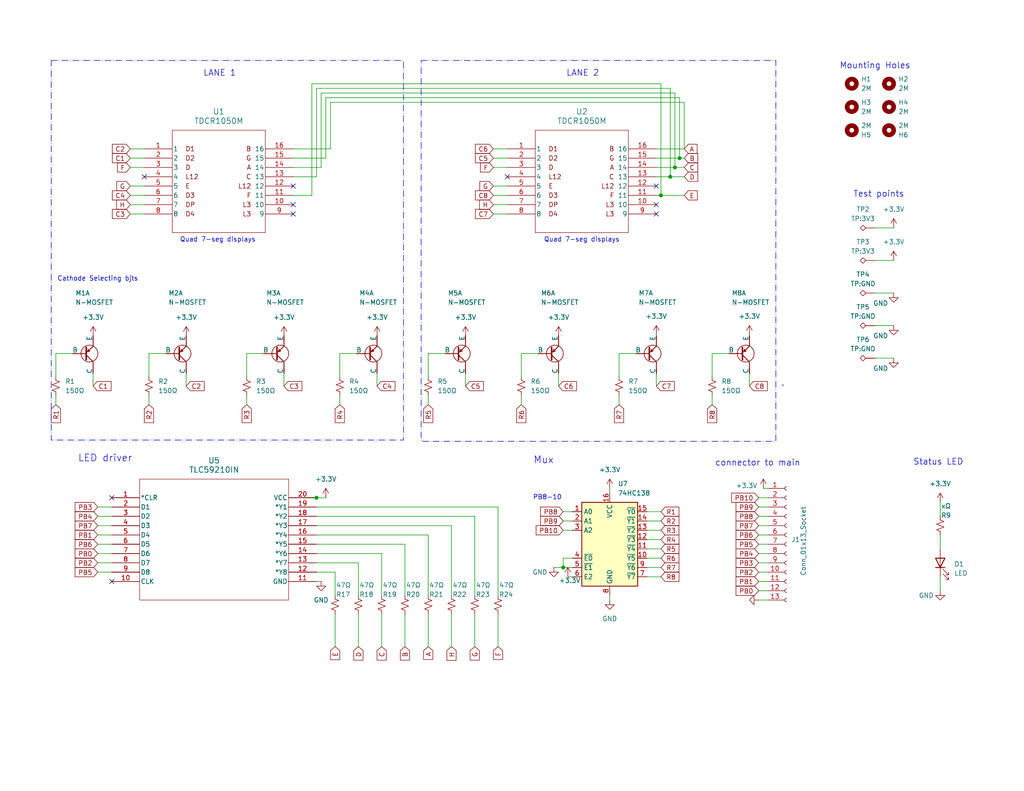
<source format=kicad_sch>
(kicad_sch (version 20231120) (generator "eeschema") (generator_version "8.0")
  (paper "USLetter")
  (title_block (title "2 lane timer display") (date "2025-06-19") (rev "1"))
  (lib_symbols
    (symbol "74xx:74HC138"
      (property "Reference" "U" (at -7.62 13.97 0))
      (property "Value" "74HC138" (at 2.54 -11.43 0))
      (symbol "74HC138_0_1"
        (rectangle (start -7.62 12.7) (end 7.62 -10.16) (stroke (width 0.254)) (fill (type background)))
      )
      (symbol "74HC138_1_1"
        (pin input line (at -10.16 10.16 0) (length 2.54) (name "A0") (number "1"))
        (pin output line (at 10.16 -2.54 180) (length 2.54) (name "~{Y5}") (number "10"))
        (pin output line (at 10.16 0 180) (length 2.54) (name "~{Y4}") (number "11"))
        (pin output line (at 10.16 2.54 180) (length 2.54) (name "~{Y3}") (number "12"))
        (pin output line (at 10.16 5.08 180) (length 2.54) (name "~{Y2}") (number "13"))
        (pin output line (at 10.16 7.62 180) (length 2.54) (name "~{Y1}") (number "14"))
        (pin output line (at 10.16 10.16 180) (length 2.54) (name "~{Y0}") (number "15"))
        (pin power_in line (at 0 15.24 270) (length 2.54) (name "VCC") (number "16"))
        (pin input line (at -10.16 7.62 0) (length 2.54) (name "A1") (number "2"))
        (pin input line (at -10.16 5.08 0) (length 2.54) (name "A2") (number "3"))
        (pin input line (at -10.16 -2.54 0) (length 2.54) (name "~{E0}") (number "4"))
        (pin input line (at -10.16 -5.08 0) (length 2.54) (name "~{E1}") (number "5"))
        (pin input line (at -10.16 -7.62 0) (length 2.54) (name "E2") (number "6"))
        (pin output line (at 10.16 -7.62 180) (length 2.54) (name "~{Y7}") (number "7"))
        (pin power_in line (at 0 -12.7 90) (length 2.54) (name "GND") (number "8"))
        (pin output line (at 10.16 -5.08 180) (length 2.54) (name "~{Y6}") (number "9"))
      )
    )
    (symbol "Connector:Conn_01x13_Socket" (pin_names (offset 1.016) hide)
      (property "Reference" "J" (at 0 17.78 0))
      (property "Value" "Conn_01x13_Socket" (at 0 -17.78 0))
      (symbol "Conn_01x13_Socket_1_1"
        (arc (start 0 -14.732) (mid -0.5058 -15.24) (end 0 -15.748) (stroke (width 0.1524)))
        (arc (start 0 -12.192) (mid -0.5058 -12.7) (end 0 -13.208) (stroke (width 0.1524)))
        (arc (start 0 -9.652) (mid -0.5058 -10.16) (end 0 -10.668) (stroke (width 0.1524)))
        (arc (start 0 -7.112) (mid -0.5058 -7.62) (end 0 -8.128) (stroke (width 0.1524)))
        (arc (start 0 -4.572) (mid -0.5058 -5.08) (end 0 -5.588) (stroke (width 0.1524)))
        (arc (start 0 -2.032) (mid -0.5058 -2.54) (end 0 -3.048) (stroke (width 0.1524)))
        (polyline (pts (xy -1.27 -15.24) (xy -0.508 -15.24)) (stroke (width 0.1524)))
        (polyline (pts (xy -1.27 -12.7) (xy -0.508 -12.7)) (stroke (width 0.1524)))
        (polyline (pts (xy -1.27 -10.16) (xy -0.508 -10.16)) (stroke (width 0.1524)))
        (polyline (pts (xy -1.27 -7.62) (xy -0.508 -7.62)) (stroke (width 0.1524)))
        (polyline (pts (xy -1.27 -5.08) (xy -0.508 -5.08)) (stroke (width 0.1524)))
        (polyline (pts (xy -1.27 -2.54) (xy -0.508 -2.54)) (stroke (width 0.1524)))
        (polyline (pts (xy -1.27 0) (xy -0.508 0)) (stroke (width 0.1524)))
        (polyline (pts (xy -1.27 2.54) (xy -0.508 2.54)) (stroke (width 0.1524)))
        (polyline (pts (xy -1.27 5.08) (xy -0.508 5.08)) (stroke (width 0.1524)))
        (polyline (pts (xy -1.27 7.62) (xy -0.508 7.62)) (stroke (width 0.1524)))
        (polyline (pts (xy -1.27 10.16) (xy -0.508 10.16)) (stroke (width 0.1524)))
        (polyline (pts (xy -1.27 12.7) (xy -0.508 12.7)) (stroke (width 0.1524)))
        (polyline (pts (xy -1.27 15.24) (xy -0.508 15.24)) (stroke (width 0.1524)))
        (arc (start 0 0.508) (mid -0.5058 0) (end 0 -0.508) (stroke (width 0.1524)))
        (arc (start 0 3.048) (mid -0.5058 2.54) (end 0 2.032) (stroke (width 0.1524)))
        (arc (start 0 5.588) (mid -0.5058 5.08) (end 0 4.572) (stroke (width 0.1524)))
        (arc (start 0 8.128) (mid -0.5058 7.62) (end 0 7.112) (stroke (width 0.1524)))
        (arc (start 0 10.668) (mid -0.5058 10.16) (end 0 9.652) (stroke (width 0.1524)))
        (arc (start 0 13.208) (mid -0.5058 12.7) (end 0 12.192) (stroke (width 0.1524)))
        (arc (start 0 15.748) (mid -0.5058 15.24) (end 0 14.732) (stroke (width 0.1524)))
        (pin passive line (at -5.08 15.24 0) (length 3.81) (name "Pin_1") (number "1"))
        (pin passive line (at -5.08 -7.62 0) (length 3.81) (name "Pin_10") (number "10"))
        (pin passive line (at -5.08 -10.16 0) (length 3.81) (name "Pin_11") (number "11"))
        (pin passive line (at -5.08 -12.7 0) (length 3.81) (name "Pin_12") (number "12"))
        (pin passive line (at -5.08 -15.24 0) (length 3.81) (name "Pin_13") (number "13"))
        (pin passive line (at -5.08 12.7 0) (length 3.81) (name "Pin_2") (number "2"))
        (pin passive line (at -5.08 10.16 0) (length 3.81) (name "Pin_3") (number "3"))
        (pin passive line (at -5.08 7.62 0) (length 3.81) (name "Pin_4") (number "4"))
        (pin passive line (at -5.08 5.08 0) (length 3.81) (name "Pin_5") (number "5"))
        (pin passive line (at -5.08 2.54 0) (length 3.81) (name "Pin_6") (number "6"))
        (pin passive line (at -5.08 0 0) (length 3.81) (name "Pin_7") (number "7"))
        (pin passive line (at -5.08 -2.54 0) (length 3.81) (name "Pin_8") (number "8"))
        (pin passive line (at -5.08 -5.08 0) (length 3.81) (name "Pin_9") (number "9"))
      )
    )
    (symbol "Connector:TestPoint_Alt" (pin_numbers hide) (pin_names (offset 0.762) hide)
      (property "Reference" "TP" (at 0 6.858 0))
      (property "Value" "TestPoint_Alt" (at 0 5.08 0))
      (symbol "TestPoint_Alt_0_1"
        (polyline (pts (xy 0 2.54) (xy -0.762 3.302) (xy 0 4.064) (xy 0.762 3.302) (xy 0 2.54)))
      )
      (symbol "TestPoint_Alt_1_1"
        (pin passive line (at 0 0 90) (length 2.54) (name "1") (number "1"))
      )
    )
    (symbol "Device:LED" (pin_numbers hide) (pin_names (offset 1.016) hide)
      (property "Reference" "D" (at 0 2.54 0))
      (property "Value" "LED" (at 0 -2.54 0))
      (symbol "LED_0_1"
        (polyline (pts (xy -1.27 -1.27) (xy -1.27 1.27)) (stroke (width 0.254)))
        (polyline (pts (xy -1.27 0) (xy 1.27 0)))
        (polyline (pts (xy 1.27 -1.27) (xy 1.27 1.27) (xy -1.27 0) (xy 1.27 -1.27)) (stroke (width 0.254)))
        (polyline (pts (xy -3.048 -0.762) (xy -4.572 -2.286) (xy -3.81 -2.286) (xy -4.572 -2.286) (xy -4.572 -1.524)))
        (polyline (pts (xy -1.778 -0.762) (xy -3.302 -2.286) (xy -2.54 -2.286) (xy -3.302 -2.286) (xy -3.302 -1.524)))
      )
      (symbol "LED_1_1"
        (pin passive line (at -3.81 0 0) (length 2.54) (name "K") (number "1"))
        (pin passive line (at 3.81 0 180) (length 2.54) (name "A") (number "2"))
      )
    )
    (symbol "Device:R_Small_US" (pin_numbers hide) (pin_names (offset 0.254) hide)
      (property "Reference" "R" (at 0.762 0.508 0))
      (property "Value" "R_Small_US" (at 0.762 -1.016 0))
      (symbol "R_Small_US_1_1"
        (polyline (pts (xy 0 0) (xy 1.016 -0.381) (xy 0 -0.762) (xy -1.016 -1.143) (xy 0 -1.524)))
        (polyline (pts (xy 0 1.524) (xy 1.016 1.143) (xy 0 0.762) (xy -1.016 0.381) (xy 0 0)))
        (pin passive line (at 0 2.54 270) (length 1.016) (name "~") (number "1"))
        (pin passive line (at 0 -2.54 90) (length 1.016) (name "~") (number "2"))
      )
    )
    (symbol "Mechanical:MountingHole" (pin_names (offset 1.016)) (exclude_from_sim yes) (in_bom no)
      (property "Reference" "H" (at 0 5.08 0))
      (property "Value" "MountingHole" (at 0 3.175 0))
      (symbol "MountingHole_0_1"
        (circle (center 0 0) (radius 1.27) (stroke (width 1.27)))
      )
    )
    (symbol "TDCR1050M_1" (pin_names (offset 0.254))
      (property "Reference" "U2" (at 20.32 10.16 0))
      (property "Value" "TDCR1050M" (at 20.32 7.62 0))
      (symbol "TDCR1050M_1_0_1"
        (polyline (pts (xy 7.62 -22.86) (xy 33.02 -22.86)) (stroke (width 0.127)))
        (polyline (pts (xy 7.62 5.08) (xy 7.62 -22.86)) (stroke (width 0.127)))
        (polyline (pts (xy 33.02 -22.86) (xy 33.02 5.08)) (stroke (width 0.127)))
        (polyline (pts (xy 33.02 5.08) (xy 7.62 5.08)) (stroke (width 0.127)))
        (pin unspecified line (at 0 0 0) (length 7.62) (name "1") (number "1"))
        (pin unspecified line (at 40.64 -15.24 180) (length 7.62) (name "10") (number "10"))
        (pin unspecified line (at 40.64 -12.7 180) (length 7.62) (name "11") (number "11"))
        (pin unspecified line (at 40.64 -10.16 180) (length 7.62) (name "12") (number "12"))
        (pin unspecified line (at 40.64 -7.62 180) (length 7.62) (name "13") (number "13"))
        (pin unspecified line (at 40.64 -5.08 180) (length 7.62) (name "14") (number "14"))
        (pin unspecified line (at 40.64 -2.54 180) (length 7.62) (name "15") (number "15"))
        (pin unspecified line (at 40.64 0 180) (length 7.62) (name "16") (number "16"))
        (pin unspecified line (at 0 -2.54 0) (length 7.62) (name "2") (number "2"))
        (pin unspecified line (at 0 -5.08 0) (length 7.62) (name "3") (number "3"))
        (pin unspecified line (at 0 -7.62 0) (length 7.62) (name "4") (number "4"))
        (pin unspecified line (at 0 -10.16 0) (length 7.62) (name "5") (number "5"))
        (pin unspecified line (at 0 -12.7 0) (length 7.62) (name "6") (number "6"))
        (pin unspecified line (at 0 -15.24 0) (length 7.62) (name "7") (number "7"))
        (pin unspecified line (at 0 -17.78 0) (length 7.62) (name "8") (number "8"))
        (pin unspecified line (at 40.64 -17.78 180) (length 7.62) (name "9") (number "9"))
      )
      (symbol "TDCR1050M_1_1_0"
        (text "DP" (at 11.176 -15.24 0) (effects (font (size 1.27 1.27)) (justify left)))
        (text "L3" (at 29.21 -15.24 0) (effects (font (size 1.27 1.27)) (justify right)))
      )
      (symbol "TDCR1050M_1_1_1"
        (text "A" (at 29.21 -5.08 0) (effects (font (size 1.27 1.27)) (justify right)))
        (text "B" (at 29.21 0 0) (effects (font (size 1.27 1.27)) (justify right)))
        (text "C" (at 29.21 -7.62 0) (effects (font (size 1.27 1.27)) (justify right)))
        (text "D" (at 11.176 -5.08 0) (effects (font (size 1.27 1.27)) (justify left)))
        (text "D1" (at 11.176 0 0) (effects (font (size 1.27 1.27)) (justify left)))
        (text "D2" (at 11.176 -2.54 0) (effects (font (size 1.27 1.27)) (justify left)))
        (text "D3" (at 11.176 -12.7 0) (effects (font (size 1.27 1.27)) (justify left)))
        (text "D4" (at 11.176 -17.78 0) (effects (font (size 1.27 1.27)) (justify left)))
        (text "E" (at 11.176 -10.16 0) (effects (font (size 1.27 1.27)) (justify left)))
        (text "F" (at 29.21 -12.7 0) (effects (font (size 1.27 1.27)) (justify right)))
        (text "G" (at 29.21 -2.54 0) (effects (font (size 1.27 1.27)) (justify right)))
        (text "L12" (at 11.176 -7.62 0) (effects (font (size 1.27 1.27)) (justify left)))
        (text "L12" (at 29.21 -10.16 0) (effects (font (size 1.27 1.27)) (justify right)))
        (text "L3" (at 29.21 -17.78 0) (effects (font (size 1.27 1.27)) (justify right)))
      )
    )
    (symbol "TLC59210IN_SHIFT_REG:TLC59210IN" (pin_names (offset 0.254))
      (property "Reference" "U" (at 27.94 10.16 0))
      (property "Value" "TLC59210IN" (at 27.94 7.62 0))
      (symbol "TLC59210IN_0_1"
        (polyline (pts (xy 7.62 -27.94) (xy 48.26 -27.94)) (stroke (width 0.127)))
        (polyline (pts (xy 7.62 5.08) (xy 7.62 -27.94)) (stroke (width 0.127)))
        (polyline (pts (xy 48.26 -27.94) (xy 48.26 5.08)) (stroke (width 0.127)))
        (polyline (pts (xy 48.26 5.08) (xy 7.62 5.08)) (stroke (width 0.127)))
        (pin input line (at 0 0 0) (length 7.62) (name "*CLR") (number "1"))
        (pin input line (at 0 -22.86 0) (length 7.62) (name "CLK") (number "10"))
        (pin power_in line (at 55.88 -22.86 180) (length 7.62) (name "GND") (number "11"))
        (pin output line (at 55.88 -20.32 180) (length 7.62) (name "*Y8") (number "12"))
        (pin output line (at 55.88 -17.78 180) (length 7.62) (name "*Y7") (number "13"))
        (pin output line (at 55.88 -15.24 180) (length 7.62) (name "*Y6") (number "14"))
        (pin output line (at 55.88 -12.7 180) (length 7.62) (name "*Y5") (number "15"))
        (pin output line (at 55.88 -10.16 180) (length 7.62) (name "*Y4") (number "16"))
        (pin output line (at 55.88 -7.62 180) (length 7.62) (name "*Y3") (number "17"))
        (pin output line (at 55.88 -5.08 180) (length 7.62) (name "*Y2") (number "18"))
        (pin output line (at 55.88 -2.54 180) (length 7.62) (name "*Y1") (number "19"))
        (pin input line (at 0 -2.54 0) (length 7.62) (name "D1") (number "2"))
        (pin power_in line (at 55.88 0 180) (length 7.62) (name "VCC") (number "20"))
        (pin input line (at 0 -5.08 0) (length 7.62) (name "D2") (number "3"))
        (pin input line (at 0 -7.62 0) (length 7.62) (name "D3") (number "4"))
        (pin input line (at 0 -10.16 0) (length 7.62) (name "D4") (number "5"))
        (pin input line (at 0 -12.7 0) (length 7.62) (name "D5") (number "6"))
        (pin input line (at 0 -15.24 0) (length 7.62) (name "D6") (number "7"))
        (pin input line (at 0 -17.78 0) (length 7.62) (name "D7") (number "8"))
        (pin input line (at 0 -20.32 0) (length 7.62) (name "D8") (number "9"))
      )
    )
    (symbol "nMOS_1" (pin_numbers hide) (pin_names (offset 0))
      (property "Reference" "M1" (at -5.0624 -12.7122 0))
      (property "Value" "N-MOSFET" (at -5.0624 -15.2522 0))
      (symbol "nMOS_1_0_1"
        (rectangle (start -2.0144 1.7658) (end -1.7604 -1.7902) (fill (type outline)))
        (circle (center -0.9984 -0.0122) (radius 2.3001) (stroke (width 0.1778)))
        (polyline (pts (xy -2.0144 -0.0122) (xy -5.5704 -0.0122)) (stroke (width 0.2286)))
        (polyline (pts (xy -1.5064 -0.7742) (xy -1.7604 -0.5202)) (stroke (width 0.2286)))
        (polyline (pts (xy -1.5064 -0.7742) (xy -0.7444 -1.5362) (xy 0.0176 -2.2982) (xy 0.0176 -5.3462)) (stroke (width 0.2286)))
        (polyline (pts (xy -1.5064 0.4958) (xy -0.7444 1.2578) (xy 0.0176 2.0198) (xy 0.0176 4.8138)) (stroke (width 0.2286)))
        (polyline (pts (xy -1.3449 1.1675) (xy -1.5989 0.4055) (xy -0.8369 0.6595) (xy -1.3449 1.1675)) (fill (type outline)))
      )
      (symbol "nMOS_1_1_1"
        (pin passive line (at 0.02 4.8065 270) (length 1.27) (name "E") (number "1"))
        (pin input line (at -5.5704 -0.0122 0) (length 1.27) (name "B") (number "2"))
        (pin passive line (at 0.0335 -5.3969 90) (length 1.27) (name "C") (number "3"))
      )
      (symbol "nMOS_1_2_1"
        (polyline (pts (xy 2.921 0.381) (xy 3.683 0.381)))
        (polyline (pts (xy 1.016 0) (xy 2.032 0.381) (xy 2.032 -0.381) (xy 1.016 0)) (fill (type outline)))
        (polyline (pts (xy 3.302 0.381) (xy 2.921 -0.254) (xy 3.683 -0.254) (xy 3.302 0.381)))
        (pin passive line (at 2.54 -2.54 90) (length 1.27) (name "S") (number "3"))
        (pin input line (at -2.54 0 0) (length 1.27) (name "G") (number "4"))
        (pin passive line (at 2.54 2.54 270) (length 1.27) (name "D") (number "5"))
      )
    )
    (symbol "power:+3.3V" (power) (pin_numbers hide) (pin_names (offset 0) hide)
      (property "Value" "+3.3V" (at 0 3.556 0))
      (symbol "+3.3V_0_1"
        (polyline (pts (xy -0.762 1.27) (xy 0 2.54)))
        (polyline (pts (xy 0 0) (xy 0 2.54)))
        (polyline (pts (xy 0 2.54) (xy 0.762 1.27)))
      )
      (symbol "+3.3V_1_1"
        (pin power_in line (at 0 0 90) (length 0) (name "~") (number "1"))
      )
    )
    (symbol "power:GND" (power) (pin_numbers hide) (pin_names (offset 0) hide)
      (property "Value" "GND" (at 0 -3.81 0))
      (symbol "GND_0_1"
        (polyline (pts (xy 0 0) (xy 0 -1.27) (xy 1.27 -1.27) (xy 0 -2.54) (xy -1.27 -1.27) (xy 0 -1.27)))
      )
      (symbol "GND_1_1"
        (pin power_in line (at 0 0 270) (length 0) (name "~") (number "1"))
      )
    )
  )
  (junction (at 184.15 45.72))
  (junction (at 182.88 48.26))
  (junction (at 185.42 43.18))
  (junction (at 180.34 53.34))
  (junction (at 153.67 154.94))
  (junction (at 86.36 135.89))
  (no_connect (at 80.01 55.88))
  (no_connect (at 80.01 50.8))
  (no_connect (at 138.43 48.26))
  (no_connect (at 179.07 50.8))
  (no_connect (at 30.48 135.89))
  (no_connect (at 179.07 55.88))
  (no_connect (at 30.48 158.75))
  (no_connect (at 80.01 58.42))
  (no_connect (at 179.07 58.42))
  (no_connect (at 39.37 48.26))
  (wire (pts (xy 123.19 143.51) (xy 86.36 143.51)))
  (wire (pts (xy 35.56 43.18) (xy 39.37 43.18)))
  (wire (pts (xy 134.62 55.88) (xy 138.43 55.88)))
  (wire (pts (xy 179.07 91.44) (xy 179.07 91.7135)))
  (wire (pts (xy 185.42 43.18) (xy 179.07 43.18)))
  (wire (pts (xy 151.13 154.94) (xy 153.67 154.94)))
  (wire (pts (xy 182.88 48.26) (xy 186.69 48.26)))
  (wire (pts (xy 209.55 161.29) (xy 207.01 161.29)))
  (wire (pts (xy 186.69 27.94) (xy 186.69 40.64)))
  (wire (pts (xy 19.8296 96.52) (xy 19.8296 96.5322)))
  (wire (pts (xy 104.14 151.13) (xy 86.36 151.13)))
  (wire (pts (xy 86.36 48.26) (xy 86.36 24.13)))
  (wire (pts (xy 77.47 101.9169) (xy 77.5035 101.9169)))
  (wire (pts (xy 110.49 148.59) (xy 86.36 148.59)))
  (wire (pts (xy 15.24 96.52) (xy 15.24 102.87)))
  (wire (pts (xy 243.84 62.23) (xy 238.76 62.23)))
  (wire (pts (xy 243.84 97.79) (xy 238.76 97.79)))
  (wire (pts (xy 134.62 43.18) (xy 138.43 43.18)))
  (wire (pts (xy 71.8996 96.52) (xy 71.8996 96.5322)))
  (wire (pts (xy 35.56 50.8) (xy 39.37 50.8)))
  (wire (pts (xy 194.31 96.52) (xy 198.8996 96.52)))
  (wire (pts (xy 85.09 22.86) (xy 180.34 22.86)))
  (wire (pts (xy 35.56 45.72) (xy 39.37 45.72)))
  (wire (pts (xy 180.34 147.32) (xy 176.53 147.32)))
  (wire (pts (xy 91.44 156.21) (xy 86.36 156.21)))
  (polyline (pts (xy 213.614 105.156) (xy 213.868 105.156)))
  (wire (pts (xy 110.49 176.53) (xy 110.49 167.64)))
  (wire (pts (xy 92.71 96.52) (xy 97.2996 96.52)))
  (wire (pts (xy 116.84 96.52) (xy 121.4296 96.52)))
  (wire (pts (xy 91.44 167.64) (xy 91.44 176.53)))
  (wire (pts (xy 153.67 139.7) (xy 156.21 139.7)))
  (wire (pts (xy 209.55 151.13) (xy 207.01 151.13)))
  (wire (pts (xy 87.63 25.4) (xy 184.15 25.4)))
  (wire (pts (xy 67.31 96.52) (xy 71.8996 96.52)))
  (wire (pts (xy 104.14 162.56) (xy 104.14 151.13)))
  (wire (pts (xy 134.62 50.8) (xy 138.43 50.8)))
  (wire (pts (xy 209.55 158.75) (xy 207.01 158.75)))
  (wire (pts (xy 91.44 162.56) (xy 91.44 156.21)))
  (wire (pts (xy 97.2996 96.52) (xy 97.2996 96.5322)))
  (wire (pts (xy 134.62 45.72) (xy 138.43 45.72)))
  (wire (pts (xy 50.8 105.41) (xy 50.8 101.9169)))
  (wire (pts (xy 184.15 45.72) (xy 179.07 45.72)))
  (wire (pts (xy 26.67 138.43) (xy 30.48 138.43)))
  (wire (pts (xy 153.67 154.94) (xy 156.21 154.94)))
  (wire (pts (xy 204.47 91.7135) (xy 204.49 91.7135)))
  (wire (pts (xy 35.56 55.88) (xy 39.37 55.88)))
  (wire (pts (xy 25.4 105.41) (xy 25.4 101.9169)))
  (wire (pts (xy 243.84 88.9) (xy 238.76 88.9)))
  (wire (pts (xy 40.64 96.52) (xy 40.64 102.87)))
  (wire (pts (xy 243.84 80.01) (xy 238.76 80.01)))
  (wire (pts (xy 86.36 140.97) (xy 129.54 140.97)))
  (wire (pts (xy 153.67 152.4) (xy 153.67 154.94)))
  (wire (pts (xy 152.4 105.41) (xy 152.4 101.9169)))
  (wire (pts (xy 184.15 45.72) (xy 186.69 45.72)))
  (wire (pts (xy 26.67 146.05) (xy 30.48 146.05)))
  (wire (pts (xy 209.55 153.67) (xy 207.01 153.67)))
  (wire (pts (xy 102.87 101.9169) (xy 102.9035 101.9169)))
  (wire (pts (xy 180.34 22.86) (xy 180.34 53.34)))
  (wire (pts (xy 135.89 138.43) (xy 86.36 138.43)))
  (wire (pts (xy 209.55 156.21) (xy 207.01 156.21)))
  (wire (pts (xy 97.79 153.67) (xy 86.36 153.67)))
  (wire (pts (xy 156.21 152.4) (xy 153.67 152.4)))
  (wire (pts (xy 135.89 167.64) (xy 135.89 176.53)))
  (wire (pts (xy 90.17 40.64) (xy 80.01 40.64)))
  (wire (pts (xy 180.34 149.86) (xy 176.53 149.86)))
  (wire (pts (xy 80.01 53.34) (xy 85.09 53.34)))
  (wire (pts (xy 179.07 91.7135) (xy 179.09 91.7135)))
  (wire (pts (xy 134.62 58.42) (xy 138.43 58.42)))
  (wire (pts (xy 87.63 45.72) (xy 87.63 25.4)))
  (wire (pts (xy 168.91 110.49) (xy 168.91 107.95)))
  (wire (pts (xy 127 101.9169) (xy 127.0335 101.9169)))
  (wire (pts (xy 129.54 176.53) (xy 129.54 167.64)))
  (wire (pts (xy 209.55 143.51) (xy 207.01 143.51)))
  (wire (pts (xy 110.49 162.56) (xy 110.49 148.59)))
  (wire (pts (xy 185.42 26.67) (xy 185.42 43.18)))
  (wire (pts (xy 180.34 144.78) (xy 176.53 144.78)))
  (wire (pts (xy 204.47 91.44) (xy 204.47 91.7135)))
  (wire (pts (xy 186.69 27.94) (xy 90.17 27.94)))
  (wire (pts (xy 134.62 40.64) (xy 138.43 40.64)))
  (wire (pts (xy 185.42 43.18) (xy 186.69 43.18)))
  (wire (pts (xy 209.55 138.43) (xy 207.01 138.43)))
  (wire (pts (xy 135.89 162.56) (xy 135.89 138.43)))
  (wire (pts (xy 104.14 176.53) (xy 104.14 167.64)))
  (wire (pts (xy 153.67 144.78) (xy 156.21 144.78)))
  (wire (pts (xy 121.4296 96.52) (xy 121.4296 96.5322)))
  (wire (pts (xy 88.9 43.18) (xy 88.9 26.67)))
  (wire (pts (xy 142.24 96.52) (xy 146.8296 96.52)))
  (wire (pts (xy 123.19 162.56) (xy 123.19 143.51)))
  (wire (pts (xy 40.64 110.49) (xy 40.64 107.95)))
  (wire (pts (xy 26.67 151.13) (xy 30.48 151.13)))
  (wire (pts (xy 26.67 140.97) (xy 30.48 140.97)))
  (wire (pts (xy 77.47 105.41) (xy 77.47 101.9169)))
  (wire (pts (xy 152.4 101.9169) (xy 152.4335 101.9169)))
  (wire (pts (xy 209.55 135.89) (xy 207.01 135.89)))
  (wire (pts (xy 80.01 43.18) (xy 88.9 43.18)))
  (wire (pts (xy 154.94 157.48) (xy 156.21 157.48)))
  (wire (pts (xy 67.31 110.49) (xy 67.31 107.95)))
  (wire (pts (xy 180.34 139.7) (xy 176.53 139.7)))
  (wire (pts (xy 142.24 110.49) (xy 142.24 107.95)))
  (wire (pts (xy 146.8296 96.52) (xy 146.8296 96.5322)))
  (wire (pts (xy 116.84 162.56) (xy 116.84 146.05)))
  (wire (pts (xy 85.09 53.34) (xy 85.09 22.86)))
  (wire (pts (xy 15.24 96.52) (xy 19.8296 96.52)))
  (wire (pts (xy 179.07 40.64) (xy 186.69 40.64)))
  (wire (pts (xy 184.15 25.4) (xy 184.15 45.72)))
  (wire (pts (xy 180.34 157.48) (xy 176.53 157.48)))
  (wire (pts (xy 209.55 146.05) (xy 207.01 146.05)))
  (wire (pts (xy 116.84 176.53) (xy 116.84 167.64)))
  (wire (pts (xy 26.67 143.51) (xy 30.48 143.51)))
  (wire (pts (xy 256.54 146.05) (xy 256.54 149.86)))
  (wire (pts (xy 180.34 53.34) (xy 179.07 53.34)))
  (wire (pts (xy 35.56 58.42) (xy 39.37 58.42)))
  (wire (pts (xy 92.71 110.49) (xy 92.71 107.95)))
  (wire (pts (xy 134.62 53.34) (xy 138.43 53.34)))
  (wire (pts (xy 182.88 24.13) (xy 182.88 48.26)))
  (wire (pts (xy 208.28 133.35) (xy 209.55 133.35)))
  (wire (pts (xy 67.31 96.52) (xy 67.31 102.87)))
  (wire (pts (xy 35.56 53.34) (xy 39.37 53.34)))
  (wire (pts (xy 209.55 140.97) (xy 207.01 140.97)))
  (wire (pts (xy 173.4996 96.52) (xy 173.4996 96.5322)))
  (wire (pts (xy 204.47 101.9169) (xy 204.5035 101.9169)))
  (wire (pts (xy 194.31 110.49) (xy 194.31 107.95)))
  (wire (pts (xy 15.24 110.49) (xy 15.24 107.95)))
  (wire (pts (xy 102.87 105.41) (xy 102.87 101.9169)))
  (wire (pts (xy 45.2296 96.52) (xy 45.2296 96.5322)))
  (wire (pts (xy 179.07 105.41) (xy 179.07 101.9169)))
  (wire (pts (xy 153.67 142.24) (xy 156.21 142.24)))
  (wire (pts (xy 97.79 162.56) (xy 97.79 153.67)))
  (wire (pts (xy 88.9 26.67) (xy 185.42 26.67)))
  (wire (pts (xy 207.01 163.83) (xy 209.55 163.83)))
  (wire (pts (xy 180.34 53.34) (xy 186.69 53.34)))
  (wire (pts (xy 80.01 45.72) (xy 87.63 45.72)))
  (wire (pts (xy 82.55 135.89) (xy 86.36 135.89)))
  (wire (pts (xy 129.54 140.97) (xy 129.54 162.56)))
  (wire (pts (xy 182.88 48.26) (xy 179.07 48.26)))
  (wire (pts (xy 86.36 24.13) (xy 182.88 24.13)))
  (wire (pts (xy 86.36 135.89) (xy 88.9 135.89)))
  (wire (pts (xy 209.55 148.59) (xy 207.01 148.59)))
  (wire (pts (xy 87.63 158.75) (xy 86.36 158.75)))
  (wire (pts (xy 25.4 101.9169) (xy 25.4335 101.9169)))
  (wire (pts (xy 26.67 153.67) (xy 30.48 153.67)))
  (wire (pts (xy 116.84 110.49) (xy 116.84 107.95)))
  (wire (pts (xy 35.56 40.64) (xy 39.37 40.64)))
  (wire (pts (xy 127 105.41) (xy 127 101.9169)))
  (wire (pts (xy 256.54 161.29) (xy 256.54 157.48)))
  (wire (pts (xy 90.17 27.94) (xy 90.17 40.64)))
  (wire (pts (xy 180.34 152.4) (xy 176.53 152.4)))
  (wire (pts (xy 166.37 163.83) (xy 166.37 162.56)))
  (wire (pts (xy 179.07 101.9169) (xy 179.1035 101.9169)))
  (wire (pts (xy 168.91 96.52) (xy 173.4996 96.52)))
  (wire (pts (xy 40.64 96.52) (xy 45.2296 96.52)))
  (wire (pts (xy 243.84 71.12) (xy 238.76 71.12)))
  (wire (pts (xy 180.34 142.24) (xy 176.53 142.24)))
  (wire (pts (xy 194.31 96.52) (xy 194.31 102.87)))
  (wire (pts (xy 50.8 101.9169) (xy 50.8335 101.9169)))
  (wire (pts (xy 168.91 96.52) (xy 168.91 102.87)))
  (wire (pts (xy 142.24 96.52) (xy 142.24 102.87)))
  (wire (pts (xy 97.79 167.64) (xy 97.79 176.53)))
  (wire (pts (xy 26.67 148.59) (xy 30.48 148.59)))
  (wire (pts (xy 116.84 146.05) (xy 86.36 146.05)))
  (polyline (pts (xy 213.36 105.156) (xy 213.614 105.156)))
  (wire (pts (xy 123.19 176.53) (xy 123.19 167.64)))
  (wire (pts (xy 166.37 133.35) (xy 166.37 134.62)))
  (wire (pts (xy 256.54 137.16) (xy 256.54 140.97)))
  (wire (pts (xy 180.34 154.94) (xy 176.53 154.94)))
  (wire (pts (xy 116.84 96.52) (xy 116.84 102.87)))
  (wire (pts (xy 80.01 48.26) (xy 86.36 48.26)))
  (wire (pts (xy 198.8996 96.52) (xy 198.8996 96.5322)))
  (wire (pts (xy 26.67 156.21) (xy 30.48 156.21)))
  (wire (pts (xy 92.71 96.52) (xy 92.71 102.87)))
  (wire (pts (xy 204.47 105.41) (xy 204.47 101.9169)))
  (rectangle (start 13.9808 16.5098) (end 110.0986 120.1419) (stroke (width 0) (type dash_dot)))
  (rectangle (start 114.913 16.51) (end 211.687 120.4991) (stroke (width 0) (type dash_dot)))
  (text "LANE 1" (at 59.944 20.066 0) (effects (font (size 1.651 1.651))))
  (text "LANE 2" (at 159.004 20.066 0) (effects (font (size 1.651 1.651))))
  (text "connector to main" (at 206.756 126.492 0) (effects (font (size 1.651 1.651))))
  (text "Cathode Selecting bjts\n" (at 26.67 76.2 0) (effects (font (size 1.27 1.27))))
  (text "PB8-10\n" (at 149.352 135.89 0) (effects (font (size 1.27 1.27))))
  (text "Quad 7-seg displays" (at 158.75 65.532 0) (effects (font (size 1.27 1.27))))
  (text "Status LED\n" (at 256.032 126.238 0) (effects (font (size 1.651 1.651))))
  (text "Test points" (at 239.776 53.086 0) (effects (font (size 1.651 1.651))))
  (text "Quad 7-seg displays" (at 59.436 65.532 0) (effects (font (size 1.27 1.27))))
  (text "LED driver" (at 28.702 125.222 0) (effects (font (size 1.905 1.905))))
  (text "Mounting Holes" (at 238.76 18.034 0) (effects (font (size 1.651 1.651))))
  (text "Mux" (at 148.336 125.73 0) (effects (font (size 1.905 1.905))))
  (global_label "R4" (shape input) (at 180.34 147.32 0) (property "Intersheetrefs" "${INTERSHEET_REFS}" (effects (hide yes))))
  (global_label "C5" (shape input) (at 134.62 43.18 180) (property "Intersheetrefs" "${INTERSHEET_REFS}" (effects (hide yes))))
  (global_label "B" (shape input) (at 186.69 43.18 0) (property "Intersheetrefs" "${INTERSHEET_REFS}" (effects (hide yes))))
  (global_label "PB6" (shape input) (at 26.67 148.59 180) (property "Intersheetrefs" "${INTERSHEET_REFS}" (effects (hide yes))))
  (global_label "C6" (shape input) (at 134.62 40.64 180) (property "Intersheetrefs" "${INTERSHEET_REFS}" (effects (hide yes))))
  (global_label "C4" (shape input) (at 102.87 105.41 0) (property "Intersheetrefs" "${INTERSHEET_REFS}" (effects (hide yes))))
  (global_label "PB9" (shape input) (at 207.01 138.43 180) (property "Intersheetrefs" "${INTERSHEET_REFS}" (effects (hide yes))))
  (global_label "PB6" (shape input) (at 207.01 146.05 180) (property "Intersheetrefs" "${INTERSHEET_REFS}" (effects (hide yes))))
  (global_label "PB8" (shape input) (at 207.01 140.97 180) (property "Intersheetrefs" "${INTERSHEET_REFS}" (effects (hide yes))))
  (global_label "F" (shape input) (at 135.89 176.53 270) (property "Intersheetrefs" "${INTERSHEET_REFS}" (effects (hide yes))))
  (global_label "A" (shape input) (at 186.69 40.64 0) (property "Intersheetrefs" "${INTERSHEET_REFS}" (effects (hide yes))))
  (global_label "B" (shape input) (at 110.49 176.53 270) (property "Intersheetrefs" "${INTERSHEET_REFS}" (effects (hide yes))))
  (global_label "H" (shape input) (at 35.56 55.88 180) (property "Intersheetrefs" "${INTERSHEET_REFS}" (effects (hide yes))))
  (global_label "PB0" (shape input) (at 26.67 151.13 180) (property "Intersheetrefs" "${INTERSHEET_REFS}" (effects (hide yes))))
  (global_label "E" (shape input) (at 91.44 176.53 270) (property "Intersheetrefs" "${INTERSHEET_REFS}" (effects (hide yes))))
  (global_label "R1" (shape input) (at 15.24 110.49 270) (property "Intersheetrefs" "${INTERSHEET_REFS}" (effects (hide yes))))
  (global_label "PB2" (shape input) (at 26.67 153.67 180) (property "Intersheetrefs" "${INTERSHEET_REFS}" (effects (hide yes))))
  (global_label "PB7" (shape input) (at 26.67 143.51 180) (property "Intersheetrefs" "${INTERSHEET_REFS}" (effects (hide yes))))
  (global_label "PB10" (shape input) (at 207.01 135.89 180) (property "Intersheetrefs" "${INTERSHEET_REFS}" (effects (hide yes))))
  (global_label "R3" (shape input) (at 67.31 110.49 270) (property "Intersheetrefs" "${INTERSHEET_REFS}" (effects (hide yes))))
  (global_label "PB1" (shape input) (at 207.01 158.75 180) (property "Intersheetrefs" "${INTERSHEET_REFS}" (effects (hide yes))))
  (global_label "D" (shape input) (at 186.69 48.26 0) (property "Intersheetrefs" "${INTERSHEET_REFS}" (effects (hide yes))))
  (global_label "R2" (shape input) (at 40.64 110.49 270) (property "Intersheetrefs" "${INTERSHEET_REFS}" (effects (hide yes))))
  (global_label "C7" (shape input) (at 179.07 105.41 0) (property "Intersheetrefs" "${INTERSHEET_REFS}" (effects (hide yes))))
  (global_label "C3" (shape input) (at 77.47 105.41 0) (property "Intersheetrefs" "${INTERSHEET_REFS}" (effects (hide yes))))
  (global_label "C3" (shape input) (at 35.56 58.42 180) (property "Intersheetrefs" "${INTERSHEET_REFS}" (effects (hide yes))))
  (global_label "R3" (shape input) (at 180.34 144.78 0) (property "Intersheetrefs" "${INTERSHEET_REFS}" (effects (hide yes))))
  (global_label "C2" (shape input) (at 50.8 105.41 0) (property "Intersheetrefs" "${INTERSHEET_REFS}" (effects (hide yes))))
  (global_label "C6" (shape input) (at 152.4 105.41 0) (property "Intersheetrefs" "${INTERSHEET_REFS}" (effects (hide yes))))
  (global_label "R6" (shape input) (at 142.24 110.49 270) (property "Intersheetrefs" "${INTERSHEET_REFS}" (effects (hide yes))))
  (global_label "C" (shape input) (at 104.14 176.53 270) (property "Intersheetrefs" "${INTERSHEET_REFS}" (effects (hide yes))))
  (global_label "F" (shape input) (at 35.56 45.72 180) (property "Intersheetrefs" "${INTERSHEET_REFS}" (effects (hide yes))))
  (global_label "C7" (shape input) (at 134.62 58.42 180) (property "Intersheetrefs" "${INTERSHEET_REFS}" (effects (hide yes))))
  (global_label "R5" (shape input) (at 180.34 149.86 0) (property "Intersheetrefs" "${INTERSHEET_REFS}" (effects (hide yes))))
  (global_label "R4" (shape input) (at 92.71 110.49 270) (property "Intersheetrefs" "${INTERSHEET_REFS}" (effects (hide yes))))
  (global_label "C8" (shape input) (at 134.62 53.34 180) (property "Intersheetrefs" "${INTERSHEET_REFS}" (effects (hide yes))))
  (global_label "PB4" (shape input) (at 207.01 151.13 180) (property "Intersheetrefs" "${INTERSHEET_REFS}" (effects (hide yes))))
  (global_label "PB1" (shape input) (at 26.67 146.05 180) (property "Intersheetrefs" "${INTERSHEET_REFS}" (effects (hide yes))))
  (global_label "PB0" (shape input) (at 207.01 161.29 180) (property "Intersheetrefs" "${INTERSHEET_REFS}" (effects (hide yes))))
  (global_label "PB10" (shape input) (at 153.67 144.78 180) (property "Intersheetrefs" "${INTERSHEET_REFS}" (effects (hide yes))))
  (global_label "PB5" (shape input) (at 207.01 148.59 180) (property "Intersheetrefs" "${INTERSHEET_REFS}" (effects (hide yes))))
  (global_label "A" (shape input) (at 116.84 176.53 270) (property "Intersheetrefs" "${INTERSHEET_REFS}" (effects (hide yes))))
  (global_label "C5" (shape input) (at 127 105.41 0) (property "Intersheetrefs" "${INTERSHEET_REFS}" (effects (hide yes))))
  (global_label "PB4" (shape input) (at 26.67 140.97 180) (property "Intersheetrefs" "${INTERSHEET_REFS}" (effects (hide yes))))
  (global_label "E" (shape input) (at 186.69 53.34 0) (property "Intersheetrefs" "${INTERSHEET_REFS}" (effects (hide yes))))
  (global_label "C" (shape input) (at 186.69 45.72 0) (property "Intersheetrefs" "${INTERSHEET_REFS}" (effects (hide yes))))
  (global_label "R8" (shape input) (at 194.31 110.49 270) (property "Intersheetrefs" "${INTERSHEET_REFS}" (effects (hide yes))))
  (global_label "C1" (shape input) (at 25.4 105.41 0) (property "Intersheetrefs" "${INTERSHEET_REFS}" (effects (hide yes))))
  (global_label "F" (shape input) (at 134.62 45.72 180) (property "Intersheetrefs" "${INTERSHEET_REFS}" (effects (hide yes))))
  (global_label "PB7" (shape input) (at 207.01 143.51 180) (property "Intersheetrefs" "${INTERSHEET_REFS}" (effects (hide yes))))
  (global_label "R7" (shape input) (at 168.91 110.49 270) (property "Intersheetrefs" "${INTERSHEET_REFS}" (effects (hide yes))))
  (global_label "R7" (shape input) (at 180.34 154.94 0) (property "Intersheetrefs" "${INTERSHEET_REFS}" (effects (hide yes))))
  (global_label "G" (shape input) (at 134.62 50.8 180) (property "Intersheetrefs" "${INTERSHEET_REFS}" (effects (hide yes))))
  (global_label "R2" (shape input) (at 180.34 142.24 0) (property "Intersheetrefs" "${INTERSHEET_REFS}" (effects (hide yes))))
  (global_label "H" (shape input) (at 123.19 176.53 270) (property "Intersheetrefs" "${INTERSHEET_REFS}" (effects (hide yes))))
  (global_label "G" (shape input) (at 35.56 50.8 180) (property "Intersheetrefs" "${INTERSHEET_REFS}" (effects (hide yes))))
  (global_label "PB3" (shape input) (at 26.67 138.43 180) (property "Intersheetrefs" "${INTERSHEET_REFS}" (effects (hide yes))))
  (global_label "C8" (shape input) (at 204.47 105.41 0) (property "Intersheetrefs" "${INTERSHEET_REFS}" (effects (hide yes))))
  (global_label "R6" (shape input) (at 180.34 152.4 0) (property "Intersheetrefs" "${INTERSHEET_REFS}" (effects (hide yes))))
  (global_label "PB2" (shape input) (at 207.01 156.21 180) (property "Intersheetrefs" "${INTERSHEET_REFS}" (effects (hide yes))))
  (global_label "PB9" (shape input) (at 153.67 142.24 180) (property "Intersheetrefs" "${INTERSHEET_REFS}" (effects (hide yes))))
  (global_label "H" (shape input) (at 134.62 55.88 180) (property "Intersheetrefs" "${INTERSHEET_REFS}" (effects (hide yes))))
  (global_label "PB8" (shape input) (at 153.67 139.7 180) (property "Intersheetrefs" "${INTERSHEET_REFS}" (effects (hide yes))))
  (global_label "R1" (shape input) (at 180.34 139.7 0) (property "Intersheetrefs" "${INTERSHEET_REFS}" (effects (hide yes))))
  (global_label "C2" (shape input) (at 35.56 40.64 180) (property "Intersheetrefs" "${INTERSHEET_REFS}" (effects (hide yes))))
  (global_label "C4" (shape input) (at 35.56 53.34 180) (property "Intersheetrefs" "${INTERSHEET_REFS}" (effects (hide yes))))
  (global_label "R8" (shape input) (at 180.34 157.48 0) (property "Intersheetrefs" "${INTERSHEET_REFS}" (effects (hide yes))))
  (global_label "D" (shape input) (at 97.79 176.53 270) (property "Intersheetrefs" "${INTERSHEET_REFS}" (effects (hide yes))))
  (global_label "C1" (shape input) (at 35.56 43.18 180) (property "Intersheetrefs" "${INTERSHEET_REFS}" (effects (hide yes))))
  (global_label "PB3" (shape input) (at 207.01 153.67 180) (property "Intersheetrefs" "${INTERSHEET_REFS}" (effects (hide yes))))
  (global_label "G" (shape input) (at 129.54 176.53 270) (property "Intersheetrefs" "${INTERSHEET_REFS}" (effects (hide yes))))
  (global_label "R5" (shape input) (at 116.84 110.49 270) (property "Intersheetrefs" "${INTERSHEET_REFS}" (effects (hide yes))))
  (global_label "PB5" (shape input) (at 26.67 156.21 180) (property "Intersheetrefs" "${INTERSHEET_REFS}" (effects (hide yes))))
  (symbol (lib_id "Device:R_Small_US") (at 40.64 105.41 0) (unit 1)
    (property "Reference" "R2" (at 43.18 104.1399 0) (effects (justify left)))
    (property "Value" "150Ω" (at 43.18 106.6799 0) (effects (justify left)))
    (property "Footprint" "Resistor_SMD:R_0805_2012Metric_Pad1.20x1.40mm_HandSolder" (effects (hide yes)))
    (property "Description" "Resistor, small US symbol" (effects (hide yes)))
  )
  (symbol (lib_id "power:GND") (at 151.13 154.94 0) (unit 1)
    (property "Reference" "#PWR021" (effects (hide yes)))
    (property "Value" "GND" (at 147.32 156.21 0))
    (property "Description" "Power symbol creates a global label with name \"GND\" , ground" (effects (hide yes)))
  )
  (symbol (lib_id "power:GND") (at 207.01 163.83 270) (unit 1)
    (property "Reference" "#PWR01" (effects (hide yes)))
    (property "Value" "GND" (effects (hide yes)))
    (property "Description" "Power symbol creates a global label with name \"GND\" , ground" (effects (hide yes)))
  )
  (symbol (lib_id "Connector:TestPoint_Alt") (at 238.76 88.9 90) (unit 1)
    (property "Reference" "TP5" (at 235.458 83.82 90))
    (property "Value" "TP:GND" (at 235.458 86.36 90))
    (property "Footprint" "TestPoint:TestPoint_Pad_2.0x2.0mm" (effects (hide yes)))
    (property "Description" "test point (alternative shape)" (effects (hide yes)))
  )
  (symbol (lib_id "power:+3.3V") (at 243.84 62.23 0) (unit 1)
    (property "Reference" "#PWR010" (effects (hide yes)))
    (property "Value" "+3.3V" (at 243.84 57.15 0))
    (property "Description" "Power symbol creates a global label with name \"+3.3V\"" (effects (hide yes)))
  )
  (symbol (lib_id "Device:R_Small_US") (at 91.44 165.1 0) (unit 1)
    (property "Reference" "R17" (at 91.694 162.306 0) (effects (justify left)))
    (property "Value" "47Ω" (at 91.694 159.766 0) (effects (justify left)))
    (property "Footprint" "Resistor_SMD:R_0805_2012Metric_Pad1.20x1.40mm_HandSolder" (effects (hide yes)))
    (property "Description" "Resistor, small US symbol" (effects (hide yes)))
  )
  (symbol (lib_id "power:+3.3V") (at 25.42 91.7135 0) (unit 1)
    (property "Reference" "#PWR03" (effects (hide yes)))
    (property "Value" "+3.3V" (at 25.42 86.6335 0))
    (property "Description" "Power symbol creates a global label with name \"+3.3V\"" (effects (hide yes)))
  )
  (symbol (lib_id "power:+3.3V") (at 127.02 91.7135 0) (unit 1)
    (property "Reference" "#PWR012" (effects (hide yes)))
    (property "Value" "+3.3V" (at 127.02 86.6335 0))
    (property "Description" "Power symbol creates a global label with name \"+3.3V\"" (effects (hide yes)))
  )
  (symbol (lib_id "power:GND") (at 256.54 161.29 0) (unit 1)
    (property "Reference" "#PWR018" (effects (hide yes)))
    (property "Value" "GND" (at 252.73 162.56 0))
    (property "Description" "Power symbol creates a global label with name \"GND\" , ground" (effects (hide yes)))
  )
  (symbol (lib_id "power:+3.3V") (at 154.94 157.48 0) (unit 1)
    (property "Reference" "#PWR023" (effects (hide yes)))
    (property "Value" "+3.3V" (at 155.448 158.496 0))
    (property "Description" "Power symbol creates a global label with name \"+3.3V\"" (effects (hide yes)))
  )
  (symbol (lib_name "nMOS_1") (lib_id "2N2907A_NMOS:nMOS") (at 77.47 96.52 0) (unit 1)
    (property "Reference" "M3" (at 72.644 80.01 0) (effects (justify left)))
    (property "Value" "N-MOSFET" (at 72.644 82.55 0) (effects (justify left)))
    (property "Footprint" "PMBT2907A_235:TO-236AB_SOT23_NEX" (effects (hide yes)))
    (property "Description" "General Purpose PNP Transistors" (effects (hide yes)))
  )
  (symbol (lib_id "power:GND") (at 243.84 80.01 0) (unit 1)
    (property "Reference" "#PWR09" (effects (hide yes)))
    (property "Value" "GND" (at 240.284 82.804 0))
    (property "Description" "Power symbol creates a global label with name \"GND\" , ground" (effects (hide yes)))
  )
  (symbol (lib_id "Mechanical:MountingHole") (at 242.57 29.21 0) (unit 1) (exclude_from_sim yes) (in_bom no)
    (property "Reference" "H4" (at 245.11 27.9399 0) (effects (justify left)))
    (property "Value" "2M" (at 245.11 30.4799 0) (effects (justify left)))
    (property "Footprint" "MountingHole:MountingHole_4.3mm_M4" (effects (hide yes)))
    (property "Description" "Mounting Hole without connection" (effects (hide yes)))
  )
  (symbol (lib_id "Device:R_Small_US") (at 129.54 165.1 0) (unit 1)
    (property "Reference" "R23" (at 129.794 162.306 0) (effects (justify left)))
    (property "Value" "47Ω" (at 129.794 159.766 0) (effects (justify left)))
    (property "Footprint" "Resistor_SMD:R_0805_2012Metric_Pad1.20x1.40mm_HandSolder" (effects (hide yes)))
    (property "Description" "Resistor, small US symbol" (effects (hide yes)))
  )
  (symbol (lib_name "nMOS_1") (lib_id "2N2907A_NMOS:nMOS") (at 204.47 96.52 0) (unit 1)
    (property "Reference" "M8" (at 199.644 80.01 0) (effects (justify left)))
    (property "Value" "N-MOSFET" (at 199.644 82.55 0) (effects (justify left)))
    (property "Footprint" "PMBT2907A_235:TO-236AB_SOT23_NEX" (effects (hide yes)))
    (property "Description" "General Purpose PNP Transistors" (effects (hide yes)))
  )
  (symbol (lib_name "nMOS_1") (lib_id "2N2907A_NMOS:nMOS") (at 25.4 96.52 0) (unit 1)
    (property "Reference" "M1" (at 20.574 80.01 0) (effects (justify left)))
    (property "Value" "N-MOSFET" (at 20.574 82.55 0) (effects (justify left)))
    (property "Footprint" "PMBT2907A_235:TO-236AB_SOT23_NEX" (effects (hide yes)))
    (property "Description" "General Purpose PNP Transistors" (effects (hide yes)))
  )
  (symbol (lib_id "Device:R_Small_US") (at 194.31 105.41 0) (unit 1)
    (property "Reference" "R8" (at 196.85 104.1399 0) (effects (justify left)))
    (property "Value" "150Ω" (at 196.85 106.6799 0) (effects (justify left)))
    (property "Footprint" "Resistor_SMD:R_0805_2012Metric_Pad1.20x1.40mm_HandSolder" (effects (hide yes)))
    (property "Description" "Resistor, small US symbol" (effects (hide yes)))
  )
  (symbol (lib_id "Mechanical:MountingHole") (at 232.41 29.21 0) (unit 1) (exclude_from_sim yes) (in_bom no)
    (property "Reference" "H3" (at 234.95 27.9399 0) (effects (justify left)))
    (property "Value" "2M" (at 234.95 30.4799 0) (effects (justify left)))
    (property "Footprint" "MountingHole:MountingHole_4.3mm_M4" (effects (hide yes)))
    (property "Description" "Mounting Hole without connection" (effects (hide yes)))
  )
  (symbol (lib_id "Mechanical:MountingHole") (at 242.57 35.56 0) (mirror x) (unit 1) (exclude_from_sim yes) (in_bom no)
    (property "Reference" "H6" (at 245.11 36.8301 0) (effects (justify left)))
    (property "Value" "2M" (at 245.11 34.2901 0) (effects (justify left)))
    (property "Footprint" "MountingHole:MountingHole_4.3mm_M4" (effects (hide yes)))
    (property "Description" "Mounting Hole without connection" (effects (hide yes)))
  )
  (symbol (lib_id "Mechanical:MountingHole") (at 232.41 35.56 0) (mirror x) (unit 1) (exclude_from_sim yes) (in_bom no)
    (property "Reference" "H5" (at 234.95 36.8301 0) (effects (justify left)))
    (property "Value" "2M" (at 234.95 34.2901 0) (effects (justify left)))
    (property "Footprint" "MountingHole:MountingHole_4.3mm_M4" (effects (hide yes)))
    (property "Description" "Mounting Hole without connection" (effects (hide yes)))
  )
  (symbol (lib_id "Device:R_Small_US") (at 67.31 105.41 0) (unit 1)
    (property "Reference" "R3" (at 69.85 104.1399 0) (effects (justify left)))
    (property "Value" "150Ω" (at 69.85 106.6799 0) (effects (justify left)))
    (property "Footprint" "Resistor_SMD:R_0805_2012Metric_Pad1.20x1.40mm_HandSolder" (effects (hide yes)))
    (property "Description" "Resistor, small US symbol" (effects (hide yes)))
  )
  (symbol (lib_id "power:+3.3V") (at 102.89 91.7135 0) (unit 1)
    (property "Reference" "#PWR05" (effects (hide yes)))
    (property "Value" "+3.3V" (at 102.89 86.6335 0))
    (property "Description" "Power symbol creates a global label with name \"+3.3V\"" (effects (hide yes)))
  )
  (symbol (lib_id "Device:R_Small_US") (at 142.24 105.41 0) (unit 1)
    (property "Reference" "R6" (at 144.78 104.1399 0) (effects (justify left)))
    (property "Value" "150Ω" (at 144.78 106.6799 0) (effects (justify left)))
    (property "Footprint" "Resistor_SMD:R_0805_2012Metric_Pad1.20x1.40mm_HandSolder" (effects (hide yes)))
    (property "Description" "Resistor, small US symbol" (effects (hide yes)))
  )
  (symbol (lib_name "nMOS_1") (lib_id "2N2907A_NMOS:nMOS") (at 50.8 96.52 0) (unit 1)
    (property "Reference" "M2" (at 45.974 80.01 0) (effects (justify left)))
    (property "Value" "N-MOSFET" (at 45.974 82.55 0) (effects (justify left)))
    (property "Footprint" "PMBT2907A_235:TO-236AB_SOT23_NEX" (effects (hide yes)))
    (property "Description" "General Purpose PNP Transistors" (effects (hide yes)))
  )
  (symbol (lib_id "Mechanical:MountingHole") (at 232.41 22.86 0) (unit 1) (exclude_from_sim yes) (in_bom no)
    (property "Reference" "H1" (at 234.95 21.5899 0) (effects (justify left)))
    (property "Value" "2M" (at 234.95 24.1299 0) (effects (justify left)))
    (property "Footprint" "MountingHole:MountingHole_4.3mm_M4" (effects (hide yes)))
    (property "Description" "Mounting Hole without connection" (effects (hide yes)))
  )
  (symbol (lib_id "Device:R_Small_US") (at 92.71 105.41 0) (unit 1)
    (property "Reference" "R4" (at 95.25 104.1399 0) (effects (justify left)))
    (property "Value" "150Ω" (at 95.25 106.6799 0) (effects (justify left)))
    (property "Footprint" "Resistor_SMD:R_0805_2012Metric_Pad1.20x1.40mm_HandSolder" (effects (hide yes)))
    (property "Description" "Resistor, small US symbol" (effects (hide yes)))
  )
  (symbol (lib_id "Device:R_Small_US") (at 123.19 165.1 0) (unit 1)
    (property "Reference" "R22" (at 123.444 162.306 0) (effects (justify left)))
    (property "Value" "47Ω" (at 123.444 159.766 0) (effects (justify left)))
    (property "Footprint" "Resistor_SMD:R_0805_2012Metric_Pad1.20x1.40mm_HandSolder" (effects (hide yes)))
    (property "Description" "Resistor, small US symbol" (effects (hide yes)))
  )
  (symbol (lib_id "Device:R_Small_US") (at 110.49 165.1 0) (unit 1)
    (property "Reference" "R20" (at 110.744 162.306 0) (effects (justify left)))
    (property "Value" "47Ω" (at 110.744 159.766 0) (effects (justify left)))
    (property "Footprint" "Resistor_SMD:R_0805_2012Metric_Pad1.20x1.40mm_HandSolder" (effects (hide yes)))
    (property "Description" "Resistor, small US symbol" (effects (hide yes)))
  )
  (symbol (lib_id "Device:R_Small_US") (at 116.84 165.1 0) (unit 1)
    (property "Reference" "R21" (at 117.094 162.306 0) (effects (justify left)))
    (property "Value" "47Ω" (at 117.094 159.766 0) (effects (justify left)))
    (property "Footprint" "Resistor_SMD:R_0805_2012Metric_Pad1.20x1.40mm_HandSolder" (effects (hide yes)))
    (property "Description" "Resistor, small US symbol" (effects (hide yes)))
  )
  (symbol (lib_id "power:+3.3V") (at 179.07 91.44 0) (unit 1)
    (property "Reference" "#PWR06" (effects (hide yes)))
    (property "Value" "+3.3V" (at 179.07 86.36 0))
    (property "Description" "Power symbol creates a global label with name \"+3.3V\"" (effects (hide yes)))
  )
  (symbol (lib_id "power:+3.3V") (at 152.42 91.7135 0) (unit 1)
    (property "Reference" "#PWR013" (effects (hide yes)))
    (property "Value" "+3.3V" (at 152.42 86.6335 0))
    (property "Description" "Power symbol creates a global label with name \"+3.3V\"" (effects (hide yes)))
  )
  (symbol (lib_id "power:+3.3V") (at 77.49 91.7135 0) (unit 1)
    (property "Reference" "#PWR011" (effects (hide yes)))
    (property "Value" "+3.3V" (at 77.49 86.6335 0))
    (property "Description" "Power symbol creates a global label with name \"+3.3V\"" (effects (hide yes)))
  )
  (symbol (lib_name "nMOS_1") (lib_id "2N2907A_NMOS:nMOS") (at 127 96.52 0) (unit 1)
    (property "Reference" "M5" (at 122.174 80.01 0) (effects (justify left)))
    (property "Value" "N-MOSFET" (at 122.174 82.55 0) (effects (justify left)))
    (property "Footprint" "PMBT2907A_235:TO-236AB_SOT23_NEX" (effects (hide yes)))
    (property "Description" "General Purpose PNP Transistors" (effects (hide yes)))
  )
  (symbol (lib_id "power:+3.3V") (at 256.54 137.16 0) (unit 1)
    (property "Reference" "#PWR08" (effects (hide yes)))
    (property "Value" "+3.3V" (at 256.54 132.08 0))
    (property "Description" "Power symbol creates a global label with name \"+3.3V\"" (effects (hide yes)))
  )
  (symbol (lib_id "power:+3.3V") (at 166.37 133.35 0) (unit 1)
    (property "Reference" "#PWR017" (effects (hide yes)))
    (property "Value" "+3.3V" (at 166.37 128.27 0))
    (property "Description" "Power symbol creates a global label with name \"+3.3V\"" (effects (hide yes)))
  )
  (symbol (lib_id "Device:R_Small_US") (at 104.14 165.1 0) (unit 1)
    (property "Reference" "R19" (at 104.394 162.306 0) (effects (justify left)))
    (property "Value" "47Ω" (at 104.394 159.766 0) (effects (justify left)))
    (property "Footprint" "Resistor_SMD:R_0805_2012Metric_Pad1.20x1.40mm_HandSolder" (effects (hide yes)))
    (property "Description" "Resistor, small US symbol" (effects (hide yes)))
  )
  (symbol (lib_id "Connector:TestPoint_Alt") (at 238.76 80.01 90) (unit 1)
    (property "Reference" "TP4" (at 235.458 74.93 90))
    (property "Value" "TP:GND" (at 235.458 77.47 90))
    (property "Footprint" "TestPoint:TestPoint_Pad_2.0x2.0mm" (effects (hide yes)))
    (property "Description" "test point (alternative shape)" (effects (hide yes)))
  )
  (symbol (lib_id "74xx:74HC138") (at 166.37 149.86 0) (unit 1)
    (property "Reference" "U7" (at 168.5641 132.08 0) (effects (justify left)))
    (property "Value" "74HC138" (at 168.5641 134.62 0) (effects (justify left)))
    (property "Footprint" "SN74HC138DR-MUX:SOIC127P600X175-16N" (effects (hide yes)))
    (property "Datasheet" "http://www.ti.com/lit/ds/symlink/cd74hc238.pdf" (effects (hide yes)))
    (property "Description" "3-to-8 line decoder/multiplexer inverting, DIP-16/SOIC-16/SSOP-16" (effects (hide yes)))
  )
  (symbol (lib_id "power:+3.3V") (at 88.9 135.89 0) (unit 1)
    (property "Reference" "#PWR019" (effects (hide yes)))
    (property "Value" "+3.3V" (at 88.9 130.81 0))
    (property "Description" "Power symbol creates a global label with name \"+3.3V\"" (effects (hide yes)))
  )
  (symbol (lib_name "TDCR1050M_1") (lib_id "4-7-seg-display-TDCR1050M:TDCR1050M") (at 138.43 40.64 0) (unit 1)
    (property "Reference" "U2" (at 158.75 30.48 0) (effects (font (size 1.524 1.524))))
    (property "Value" "TDCR1050M" (at 158.75 33.02 0) (effects (font (size 1.524 1.524))))
    (property "Footprint" "TDCR1050M-4-7-seg-display:TDCG1060M_VIS" (effects (hide yes)))
    (property "Datasheet" "TDCR1050M" (effects (hide yes)))
  )
  (symbol (lib_id "Connector:TestPoint_Alt") (at 238.76 62.23 90) (unit 1)
    (property "Reference" "TP2" (at 235.458 57.15 90))
    (property "Value" "TP:3V3" (at 235.458 59.69 90))
    (property "Footprint" "TestPoint:TestPoint_Pad_2.0x2.0mm" (effects (hide yes)))
    (property "Description" "test point (alternative shape)" (effects (hide yes)))
  )
  (symbol (lib_id "power:+3.3V") (at 243.84 71.12 0) (unit 1)
    (property "Reference" "#PWR014" (effects (hide yes)))
    (property "Value" "+3.3V" (at 243.84 66.04 0))
    (property "Description" "Power symbol creates a global label with name \"+3.3V\"" (effects (hide yes)))
  )
  (symbol (lib_id "power:+3.3V") (at 204.47 91.44 0) (unit 1)
    (property "Reference" "#PWR07" (effects (hide yes)))
    (property "Value" "+3.3V" (at 204.47 86.36 0))
    (property "Description" "Power symbol creates a global label with name \"+3.3V\"" (effects (hide yes)))
  )
  (symbol (lib_name "nMOS_1") (lib_id "2N2907A_NMOS:nMOS") (at 152.4 96.52 0) (unit 1)
    (property "Reference" "M6" (at 147.574 80.01 0) (effects (justify left)))
    (property "Value" "N-MOSFET" (at 147.574 82.55 0) (effects (justify left)))
    (property "Footprint" "PMBT2907A_235:TO-236AB_SOT23_NEX" (effects (hide yes)))
    (property "Description" "General Purpose PNP Transistors" (effects (hide yes)))
  )
  (symbol (lib_id "power:+3.3V") (at 208.28 133.35 0) (mirror y) (unit 1)
    (property "Reference" "#PWR02" (effects (hide yes)))
    (property "Value" "+3.3V" (at 203.708 132.588 0))
    (property "Description" "Power symbol creates a global label with name \"+3.3V\"" (effects (hide yes)))
  )
  (symbol (lib_name "nMOS_1") (lib_id "2N2907A_NMOS:nMOS") (at 179.07 96.52 0) (unit 1)
    (property "Reference" "M7" (at 174.244 80.01 0) (effects (justify left)))
    (property "Value" "N-MOSFET" (at 174.244 82.55 0) (effects (justify left)))
    (property "Footprint" "PMBT2907A_235:TO-236AB_SOT23_NEX" (effects (hide yes)))
    (property "Description" "General Purpose PNP Transistors" (effects (hide yes)))
  )
  (symbol (lib_id "Device:R_Small_US") (at 97.79 165.1 0) (unit 1)
    (property "Reference" "R18" (at 98.044 162.306 0) (effects (justify left)))
    (property "Value" "47Ω" (at 98.044 159.766 0) (effects (justify left)))
    (property "Footprint" "Resistor_SMD:R_0805_2012Metric_Pad1.20x1.40mm_HandSolder" (effects (hide yes)))
    (property "Description" "Resistor, small US symbol" (effects (hide yes)))
  )
  (symbol (lib_id "power:GND") (at 243.84 97.79 0) (unit 1)
    (property "Reference" "#PWR016" (effects (hide yes)))
    (property "Value" "GND" (at 240.284 100.584 0))
    (property "Description" "Power symbol creates a global label with name \"GND\" , ground" (effects (hide yes)))
  )
  (symbol (lib_id "power:GND") (at 243.84 88.9 0) (unit 1)
    (property "Reference" "#PWR015" (effects (hide yes)))
    (property "Value" "GND" (at 240.284 91.694 0))
    (property "Description" "Power symbol creates a global label with name \"GND\" , ground" (effects (hide yes)))
  )
  (symbol (lib_id "Device:R_Small_US") (at 135.89 165.1 0) (unit 1)
    (property "Reference" "R24" (at 136.144 162.306 0) (effects (justify left)))
    (property "Value" "47Ω" (at 136.144 159.766 0) (effects (justify left)))
    (property "Footprint" "Resistor_SMD:R_0805_2012Metric_Pad1.20x1.40mm_HandSolder" (effects (hide yes)))
    (property "Description" "Resistor, small US symbol" (effects (hide yes)))
  )
  (symbol (lib_id "Device:LED") (at 256.54 153.67 90) (unit 1)
    (property "Reference" "D1" (at 260.35 153.9874 90) (effects (justify right)))
    (property "Value" "LED" (at 260.35 156.5274 90) (effects (justify right)))
    (property "Footprint" "LED_SMD:LED_0805_2012Metric" (effects (hide yes)))
    (property "Description" "Light emitting diode" (effects (hide yes)))
  )
  (symbol (lib_id "power:+3.3V") (at 50.82 91.7135 0) (unit 1)
    (property "Reference" "#PWR04" (effects (hide yes)))
    (property "Value" "+3.3V" (at 50.82 86.6335 0))
    (property "Description" "Power symbol creates a global label with name \"+3.3V\"" (effects (hide yes)))
  )
  (symbol (lib_id "power:GND") (at 166.37 163.83 0) (unit 1)
    (property "Reference" "#PWR025" (effects (hide yes)))
    (property "Value" "GND" (at 166.37 168.91 0))
    (property "Description" "Power symbol creates a global label with name \"GND\" , ground" (effects (hide yes)))
  )
  (symbol (lib_id "Device:R_Small_US") (at 15.24 105.41 0) (unit 1)
    (property "Reference" "R1" (at 17.78 104.1399 0) (effects (justify left)))
    (property "Value" "150Ω" (at 17.78 106.6799 0) (effects (justify left)))
    (property "Footprint" "Resistor_SMD:R_0805_2012Metric_Pad1.20x1.40mm_HandSolder" (effects (hide yes)))
    (property "Description" "Resistor, small US symbol" (effects (hide yes)))
  )
  (symbol (lib_id "Device:R_Small_US") (at 256.54 143.51 0) (unit 1)
    (property "Reference" "R9" (at 256.794 140.716 0) (effects (justify left)))
    (property "Value" "xΩ" (at 256.794 138.176 0) (effects (justify left)))
    (property "Footprint" "Resistor_SMD:R_0805_2012Metric_Pad1.20x1.40mm_HandSolder" (effects (hide yes)))
    (property "Description" "Resistor, small US symbol" (effects (hide yes)))
  )
  (symbol (lib_id "Device:R_Small_US") (at 168.91 105.41 0) (unit 1)
    (property "Reference" "R7" (at 171.45 104.1399 0) (effects (justify left)))
    (property "Value" "150Ω" (at 171.45 106.6799 0) (effects (justify left)))
    (property "Footprint" "Resistor_SMD:R_0805_2012Metric_Pad1.20x1.40mm_HandSolder" (effects (hide yes)))
    (property "Description" "Resistor, small US symbol" (effects (hide yes)))
  )
  (symbol (lib_id "Connector:TestPoint_Alt") (at 238.76 97.79 90) (unit 1)
    (property "Reference" "TP6" (at 235.458 92.71 90))
    (property "Value" "TP:GND" (at 235.458 95.25 90))
    (property "Footprint" "TestPoint:TestPoint_Pad_2.0x2.0mm" (effects (hide yes)))
    (property "Description" "test point (alternative shape)" (effects (hide yes)))
  )
  (symbol (lib_name "TDCR1050M_1") (lib_id "4-7-seg-display-TDCR1050M:TDCR1050M") (at 39.37 40.64 0) (unit 1)
    (property "Reference" "U1" (at 59.69 30.48 0) (effects (font (size 1.524 1.524))))
    (property "Value" "TDCR1050M" (at 59.69 33.02 0) (effects (font (size 1.524 1.524))))
    (property "Footprint" "TDCR1050M-4-7-seg-display:TDCG1060M_VIS" (effects (hide yes)))
    (property "Datasheet" "TDCR1050M" (effects (hide yes)))
  )
  (symbol (lib_name "nMOS_1") (lib_id "2N2907A_NMOS:nMOS") (at 102.87 96.52 0) (unit 1)
    (property "Reference" "M4" (at 98.044 80.01 0) (effects (justify left)))
    (property "Value" "N-MOSFET" (at 98.044 82.55 0) (effects (justify left)))
    (property "Footprint" "PMBT2907A_235:TO-236AB_SOT23_NEX" (effects (hide yes)))
    (property "Description" "General Purpose PNP Transistors" (effects (hide yes)))
  )
  (symbol (lib_id "Connector:TestPoint_Alt") (at 238.76 71.12 90) (unit 1)
    (property "Reference" "TP3" (at 235.458 66.04 90))
    (property "Value" "TP:3V3" (at 235.458 68.58 90))
    (property "Footprint" "TestPoint:TestPoint_Pad_2.0x2.0mm" (effects (hide yes)))
    (property "Description" "test point (alternative shape)" (effects (hide yes)))
  )
  (symbol (lib_id "Device:R_Small_US") (at 116.84 105.41 0) (unit 1)
    (property "Reference" "R5" (at 119.38 104.1399 0) (effects (justify left)))
    (property "Value" "150Ω" (at 119.38 106.6799 0) (effects (justify left)))
    (property "Footprint" "Resistor_SMD:R_0805_2012Metric_Pad1.20x1.40mm_HandSolder" (effects (hide yes)))
    (property "Description" "Resistor, small US symbol" (effects (hide yes)))
  )
  (symbol (lib_id "Connector:Conn_01x13_Socket") (at 214.63 148.59 0) (unit 1)
    (property "Reference" "J1" (at 215.9 147.3199 0) (effects (justify left)))
    (property "Value" "Conn_01x13_Socket" (at 219.202 157.226 90) (effects (justify left)))
    (property "Footprint" "Connector_JST:JST_EH_S13B-EH_1x13_P2.50mm_Horizontal" (effects (hide yes)))
    (property "Description" "Generic connector, single row, 01x13, script generated" (effects (hide yes)))
  )
  (symbol (lib_id "power:GND") (at 87.63 158.75 0) (unit 1)
    (property "Reference" "#PWR026" (effects (hide yes)))
    (property "Value" "GND" (at 87.63 163.83 0))
    (property "Description" "Power symbol creates a global label with name \"GND\" , ground" (effects (hide yes)))
  )
  (symbol (lib_id "TLC59210IN_SHIFT_REG:TLC59210IN") (at 30.48 135.89 0) (unit 1)
    (property "Reference" "U5" (at 58.42 125.73 0) (effects (font (size 1.524 1.524))))
    (property "Value" "TLC59210IN" (at 58.42 128.27 0) (effects (font (size 1.524 1.524))))
    (property "Footprint" "TLC59211IPWR-LEDDRIVER:SOP65P640X120-20N" (effects (hide yes)))
    (property "Datasheet" "TLC59210IN" (effects (hide yes)))
  )
  (symbol (lib_id "Mechanical:MountingHole") (at 242.57 22.86 0) (unit 1) (exclude_from_sim yes) (in_bom no)
    (property "Reference" "H2" (at 245.11 21.5899 0) (effects (justify left)))
    (property "Value" "2M" (at 245.11 24.1299 0) (effects (justify left)))
    (property "Footprint" "MountingHole:MountingHole_4.3mm_M4" (effects (hide yes)))
    (property "Description" "Mounting Hole without connection" (effects (hide yes)))
  )
)
</source>
